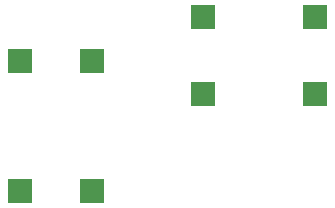
<source format=gbr>
%TF.GenerationSoftware,KiCad,Pcbnew,7.0.5*%
%TF.CreationDate,2023-10-22T13:56:56-04:00*%
%TF.ProjectId,PWR_module,5057525f-6d6f-4647-956c-652e6b696361,rev?*%
%TF.SameCoordinates,PX7270e00PY6a55ae0*%
%TF.FileFunction,Paste,Top*%
%TF.FilePolarity,Positive*%
%FSLAX46Y46*%
G04 Gerber Fmt 4.6, Leading zero omitted, Abs format (unit mm)*
G04 Created by KiCad (PCBNEW 7.0.5) date 2023-10-22 13:56:56*
%MOMM*%
%LPD*%
G01*
G04 APERTURE LIST*
%ADD10R,2.100000X2.050000*%
%ADD11R,2.000000X2.000000*%
G04 APERTURE END LIST*
D10*
%TO.C,L2*%
X27500000Y18250000D03*
X27500000Y24750000D03*
%TD*%
%TO.C,L1*%
X18000000Y24750000D03*
X18000000Y18250000D03*
%TD*%
D11*
%TO.C,J1*%
X8650000Y10000000D03*
X2500000Y10000000D03*
X8650000Y21000000D03*
X2500000Y21000000D03*
%TD*%
M02*

</source>
